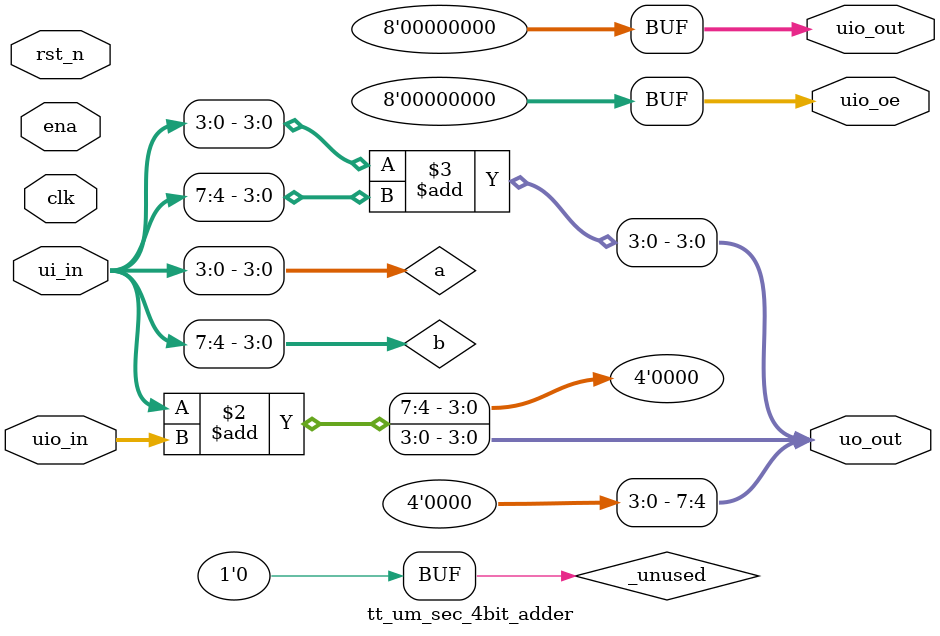
<source format=v>
/*
 * Copyright (c) 2024 Your Name
 * SPDX-License-Identifier: Apache-2.0
 */

`default_nettype none

module tt_um_sec_4bit_adder(
    input  wire [7:0] ui_in,    // Dedicated inputs
    output wire [7:0] uo_out,   // Dedicated outputs
    input  wire [7:0] uio_in,   // IOs: Input path
    output wire [7:0] uio_out,  // IOs: Output path
    output wire [7:0] uio_oe,   // IOs: Enable path (active high: 0=input, 1=output)
    input  wire       ena,      // always 1 when the design is powered, so you can ignore it
    input  wire       clk,      // clock
    input  wire       rst_n     // reset_n - low to reset
);
	wire [3:0] a,b,c;
	assign a = ui_in[3:0];
	assign b = ui_in[7:4];
	assign c = a + b;
  // All output pins must be assigned. If not used, assign to 0.
  assign uo_out  = ui_in + uio_in;  // Example: ou_out is the sum of ui_in and uio_in
  assign uio_out = 0;
  assign uio_oe  = 0;
	
  assign uo_out[7:4] = 4'b0;
  assign uo_out[3:0] = a + b;

  // List all unused inputs to prevent warnings
  wire _unused = &{ena, clk, rst_n,uio_in, 1'b0};

endmodule

</source>
